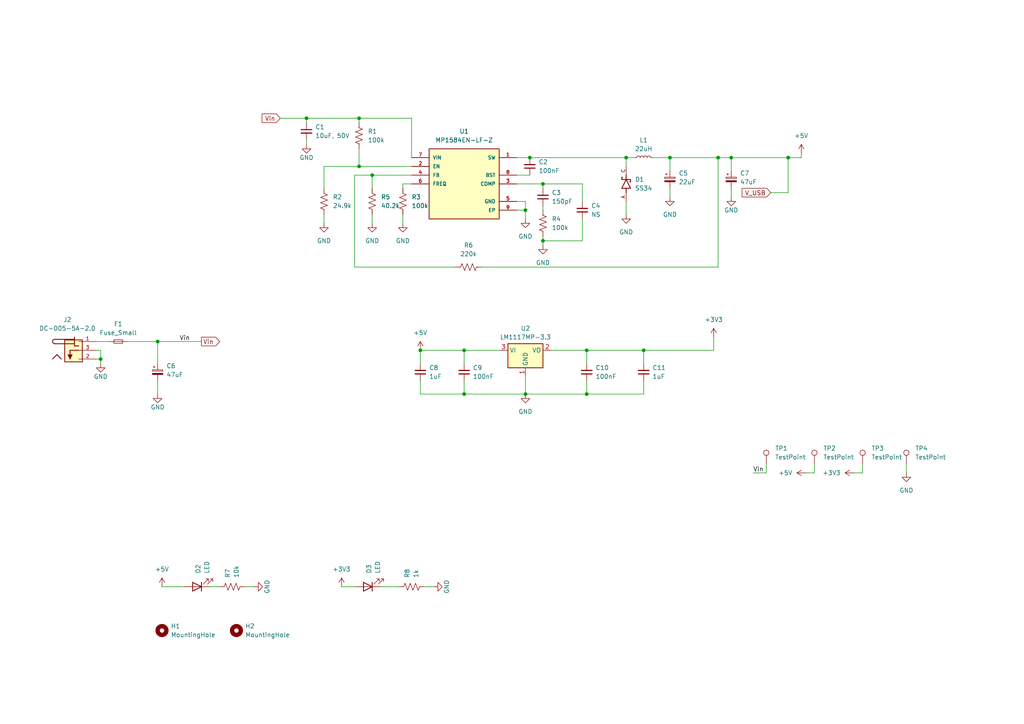
<source format=kicad_sch>
(kicad_sch (version 20230121) (generator eeschema)
  (paper "A4")
  (lib_symbols
    (symbol "Connector:TestPoint" (pin_numbers hide) (pin_names (offset 0.762) hide)
      (property "Reference" "TP" (at 0 6.858 0))
      (property "Value" "TestPoint" (at 0 5.08 0))
      (symbol "TestPoint_0_1"
        (circle (center 0 3.302) (radius 0.762))
      )
      (symbol "TestPoint_1_1"
        (pin passive line (at 0 0 90) (length 2.54) (name "1") (number "1"))
      )
    )
    (symbol "DC-005-5A-2.0:DC-005-5A-2.0" (pin_names (offset 1.016))
      (property "Reference" "J" (at -5.08 5.08 0))
      (property "Value" "DC-005-5A-2.0" (at -5.08 -5.08 0))
      (symbol "DC-005-5A-2.0_0_0"
        (arc (start -4.445 3.175) (mid -5.0773 2.54) (end -4.445 1.905) (stroke (width 0.254)))
        (rectangle (start -1.5421 -3.3564) (end 3.5379 2.9936) (stroke (width 0.254)) (fill (type background)))
        (polyline (pts (xy -4.445 1.905) (xy 1.27 1.905)) (stroke (width 0.254)))
        (polyline (pts (xy -4.445 3.175) (xy 1.27 3.175)) (stroke (width 0.254)))
        (polyline (pts (xy -3.81 -1.27) (xy -5.08 -2.54)) (stroke (width 0.254)))
        (polyline (pts (xy -2.54 -2.54) (xy -3.81 -1.27)) (stroke (width 0.254)))
        (polyline (pts (xy 0 0) (xy 0 -2.54)) (stroke (width 0.254)))
        (polyline (pts (xy 1.27 1.27) (xy 2.54 1.27)) (stroke (width 0.254)))
        (polyline (pts (xy 1.27 1.905) (xy 1.27 1.27)) (stroke (width 0.254)))
        (polyline (pts (xy 1.27 3.175) (xy 1.27 1.905)) (stroke (width 0.254)))
        (polyline (pts (xy 1.27 3.81) (xy 1.27 3.175)) (stroke (width 0.254)))
        (polyline (pts (xy 2.54 0) (xy 0 0)) (stroke (width 0.254)))
        (polyline (pts (xy -0.635 -1.27) (xy 0.635 -1.27) (xy 0 -2.54) (xy -0.635 -1.27)) (stroke (width 0.1524)) (fill (type outline)))
        (pin passive line (at 7.62 2.54 180) (length 5.08) (name "~") (number "1"))
        (pin passive line (at 7.62 -2.54 180) (length 5.08) (name "~") (number "2"))
        (pin passive line (at 7.62 0 180) (length 5.08) (name "~") (number "3"))
      )
    )
    (symbol "Device:C_Polarized_Small" (pin_numbers hide) (pin_names (offset 0.254) hide)
      (property "Reference" "C" (at 0.254 1.778 0))
      (property "Value" "C_Polarized_Small" (at 0.254 -2.032 0))
      (symbol "C_Polarized_Small_0_1"
        (rectangle (start -1.524 -0.3048) (end 1.524 -0.6858) (fill (type outline)))
        (rectangle (start -1.524 0.6858) (end 1.524 0.3048))
        (polyline (pts (xy -1.27 1.524) (xy -0.762 1.524)))
        (polyline (pts (xy -1.016 1.27) (xy -1.016 1.778)))
      )
      (symbol "C_Polarized_Small_1_1"
        (pin passive line (at 0 2.54 270) (length 1.8542) (name "~") (number "1"))
        (pin passive line (at 0 -2.54 90) (length 1.8542) (name "~") (number "2"))
      )
    )
    (symbol "Device:C_Small" (pin_numbers hide) (pin_names (offset 0.254) hide)
      (property "Reference" "C" (at 0.254 1.778 0))
      (property "Value" "C_Small" (at 0.254 -2.032 0))
      (symbol "C_Small_0_1"
        (polyline (pts (xy -1.524 -0.508) (xy 1.524 -0.508)) (stroke (width 0.3302)))
        (polyline (pts (xy -1.524 0.508) (xy 1.524 0.508)) (stroke (width 0.3048)))
      )
      (symbol "C_Small_1_1"
        (pin passive line (at 0 2.54 270) (length 2.032) (name "~") (number "1"))
        (pin passive line (at 0 -2.54 90) (length 2.032) (name "~") (number "2"))
      )
    )
    (symbol "Device:Fuse_Small" (pin_numbers hide) (pin_names (offset 0.254) hide)
      (property "Reference" "F" (at 0 -1.524 0))
      (property "Value" "Fuse_Small" (at 0 1.524 0))
      (symbol "Fuse_Small_0_1"
        (rectangle (start -1.27 0.508) (end 1.27 -0.508))
        (polyline (pts (xy -1.27 0) (xy 1.27 0)))
      )
      (symbol "Fuse_Small_1_1"
        (pin passive line (at -2.54 0 0) (length 1.27) (name "~") (number "1"))
        (pin passive line (at 2.54 0 180) (length 1.27) (name "~") (number "2"))
      )
    )
    (symbol "Device:LED" (pin_numbers hide) (pin_names (offset 1.016) hide)
      (property "Reference" "D" (at 0 2.54 0))
      (property "Value" "LED" (at 0 -2.54 0))
      (symbol "LED_0_1"
        (polyline (pts (xy -1.27 -1.27) (xy -1.27 1.27)) (stroke (width 0.254)))
        (polyline (pts (xy -1.27 0) (xy 1.27 0)))
        (polyline (pts (xy 1.27 -1.27) (xy 1.27 1.27) (xy -1.27 0) (xy 1.27 -1.27)) (stroke (width 0.254)))
        (polyline (pts (xy -3.048 -0.762) (xy -4.572 -2.286) (xy -3.81 -2.286) (xy -4.572 -2.286) (xy -4.572 -1.524)))
        (polyline (pts (xy -1.778 -0.762) (xy -3.302 -2.286) (xy -2.54 -2.286) (xy -3.302 -2.286) (xy -3.302 -1.524)))
      )
      (symbol "LED_1_1"
        (pin passive line (at -3.81 0 0) (length 2.54) (name "K") (number "1"))
        (pin passive line (at 3.81 0 180) (length 2.54) (name "A") (number "2"))
      )
    )
    (symbol "Device:L_Small" (pin_numbers hide) (pin_names (offset 0.254) hide)
      (property "Reference" "L" (at 0.762 1.016 0))
      (property "Value" "L_Small" (at 0.762 -1.016 0))
      (symbol "L_Small_0_1"
        (arc (start 0 -2.032) (mid 0.5058 -1.524) (end 0 -1.016))
        (arc (start 0 -1.016) (mid 0.5058 -0.508) (end 0 0))
        (arc (start 0 0) (mid 0.5058 0.508) (end 0 1.016))
        (arc (start 0 1.016) (mid 0.5058 1.524) (end 0 2.032))
      )
      (symbol "L_Small_1_1"
        (pin passive line (at 0 2.54 270) (length 0.508) (name "~") (number "1"))
        (pin passive line (at 0 -2.54 90) (length 0.508) (name "~") (number "2"))
      )
    )
    (symbol "Device:R_US" (pin_numbers hide) (pin_names (offset 0))
      (property "Reference" "R" (at 2.54 0 90))
      (property "Value" "R_US" (at -2.54 0 90))
      (symbol "R_US_0_1"
        (polyline (pts (xy 0 -2.286) (xy 0 -2.54)))
        (polyline (pts (xy 0 2.286) (xy 0 2.54)))
        (polyline (pts (xy 0 -0.762) (xy 1.016 -1.143) (xy 0 -1.524) (xy -1.016 -1.905) (xy 0 -2.286)))
        (polyline (pts (xy 0 0.762) (xy 1.016 0.381) (xy 0 0) (xy -1.016 -0.381) (xy 0 -0.762)))
        (polyline (pts (xy 0 2.286) (xy 1.016 1.905) (xy 0 1.524) (xy -1.016 1.143) (xy 0 0.762)))
      )
      (symbol "R_US_1_1"
        (pin passive line (at 0 3.81 270) (length 1.27) (name "~") (number "1"))
        (pin passive line (at 0 -3.81 90) (length 1.27) (name "~") (number "2"))
      )
    )
    (symbol "MP1584EN-LF-Z:MP1584EN-LF-Z" (pin_names (offset 1.016))
      (property "Reference" "U" (at -10.1897 10.9615 0))
      (property "Value" "MP1584EN-LF-Z" (at -10.16 -12.7 0))
      (symbol "MP1584EN-LF-Z_0_0"
        (rectangle (start -10.16 -10.16) (end 10.16 10.16) (stroke (width 0.254)) (fill (type background)))
        (pin output line (at 15.24 7.62 180) (length 5.08) (name "SW") (number "1"))
        (pin input line (at -15.24 5.08 0) (length 5.08) (name "EN") (number "2"))
        (pin passive line (at 15.24 0 180) (length 5.08) (name "COMP") (number "3"))
        (pin input line (at -15.24 2.54 0) (length 5.08) (name "FB") (number "4"))
        (pin power_in line (at 15.24 -5.08 180) (length 5.08) (name "GND") (number "5"))
        (pin passive line (at -15.24 0 0) (length 5.08) (name "FREQ") (number "6"))
        (pin input line (at -15.24 7.62 0) (length 5.08) (name "VIN") (number "7"))
        (pin passive line (at 15.24 2.54 180) (length 5.08) (name "BST") (number "8"))
        (pin power_in line (at 15.24 -7.62 180) (length 5.08) (name "EP") (number "9"))
      )
    )
    (symbol "Mechanical:MountingHole" (pin_names (offset 1.016))
      (property "Reference" "H" (at 0 5.08 0))
      (property "Value" "MountingHole" (at 0 3.175 0))
      (symbol "MountingHole_0_1"
        (circle (center 0 0) (radius 1.27) (stroke (width 1.27)))
      )
    )
    (symbol "Regulator_Linear:LM1117MP-3.3"
      (property "Reference" "U" (at -3.81 3.175 0))
      (property "Value" "LM1117MP-3.3" (at 0 3.175 0))
      (symbol "LM1117MP-3.3_0_1"
        (rectangle (start -5.08 -5.08) (end 5.08 1.905) (stroke (width 0.254)) (fill (type background)))
      )
      (symbol "LM1117MP-3.3_1_1"
        (pin power_in line (at 0 -7.62 90) (length 2.54) (name "GND") (number "1"))
        (pin power_out line (at 7.62 0 180) (length 2.54) (name "VO") (number "2"))
        (pin power_in line (at -7.62 0 0) (length 2.54) (name "VI") (number "3"))
      )
    )
    (symbol "SS34:SS34" (pin_names (offset 1.016))
      (property "Reference" "D" (at -5.08 2.54 0))
      (property "Value" "SS34" (at -5.08 -3.81 0))
      (symbol "SS34_0_0"
        (polyline (pts (xy -2.54 0) (xy -1.27 0)) (stroke (width 0.254)))
        (polyline (pts (xy -1.27 -1.27) (xy 1.27 0)) (stroke (width 0.254)))
        (polyline (pts (xy -1.27 0) (xy -1.27 -1.27)) (stroke (width 0.254)))
        (polyline (pts (xy -1.27 1.27) (xy -1.27 0)) (stroke (width 0.254)))
        (polyline (pts (xy 0.635 -1.016) (xy 0.635 -1.27)) (stroke (width 0.254)))
        (polyline (pts (xy 1.27 -1.27) (xy 0.635 -1.27)) (stroke (width 0.254)))
        (polyline (pts (xy 1.27 0) (xy -1.27 1.27)) (stroke (width 0.254)))
        (polyline (pts (xy 1.27 0) (xy 1.27 -1.27)) (stroke (width 0.254)))
        (polyline (pts (xy 1.27 1.27) (xy 1.27 0)) (stroke (width 0.254)))
        (polyline (pts (xy 1.905 1.27) (xy 1.27 1.27)) (stroke (width 0.254)))
        (polyline (pts (xy 1.905 1.27) (xy 1.905 1.016)) (stroke (width 0.254)))
        (polyline (pts (xy 2.54 0) (xy 1.27 0)) (stroke (width 0.254)))
        (pin passive line (at -5.08 0 0) (length 2.54) (name "~") (number "A"))
        (pin passive line (at 5.08 0 180) (length 2.54) (name "~") (number "C"))
      )
    )
    (symbol "power:+3V3" (power) (pin_names (offset 0))
      (property "Value" "+3V3" (at 0 3.556 0))
      (symbol "+3V3_0_1"
        (polyline (pts (xy -0.762 1.27) (xy 0 2.54)))
        (polyline (pts (xy 0 0) (xy 0 2.54)))
        (polyline (pts (xy 0 2.54) (xy 0.762 1.27)))
      )
      (symbol "+3V3_1_1"
        (pin power_in line (at 0 0 90) (length 0) hide (name "+3V3") (number "1"))
      )
    )
    (symbol "power:+5V" (power) (pin_names (offset 0))
      (property "Value" "+5V" (at 0 3.556 0))
      (symbol "+5V_0_1"
        (polyline (pts (xy -0.762 1.27) (xy 0 2.54)))
        (polyline (pts (xy 0 0) (xy 0 2.54)))
        (polyline (pts (xy 0 2.54) (xy 0.762 1.27)))
      )
      (symbol "+5V_1_1"
        (pin power_in line (at 0 0 90) (length 0) hide (name "+5V") (number "1"))
      )
    )
    (symbol "power:GND" (power) (pin_names (offset 0))
      (property "Value" "GND" (at 0 -3.81 0))
      (symbol "GND_0_1"
        (polyline (pts (xy 0 0) (xy 0 -1.27) (xy 1.27 -1.27) (xy 0 -2.54) (xy -1.27 -1.27) (xy 0 -1.27)))
      )
      (symbol "GND_1_1"
        (pin power_in line (at 0 0 270) (length 0) hide (name "GND") (number "1"))
      )
    )
  )
  (junction (at 170.18 114.3))
  (junction (at 104.14 34.29))
  (junction (at 121.92 101.6))
  (junction (at 134.62 114.3))
  (junction (at 212.09 45.72))
  (junction (at 153.67 45.72))
  (junction (at 45.72 99.06))
  (junction (at 228.6 45.72))
  (junction (at 157.48 69.85))
  (junction (at 152.4 114.3))
  (junction (at 157.48 53.34))
  (junction (at 104.14 48.26))
  (junction (at 186.69 101.6))
  (junction (at 208.28 45.72))
  (junction (at 29.21 104.14))
  (junction (at 181.61 45.72))
  (junction (at 194.31 45.72))
  (junction (at 170.18 101.6))
  (junction (at 134.62 101.6))
  (junction (at 107.95 50.8))
  (junction (at 152.4 60.96))
  (junction (at 88.9 34.29))
  (wire (pts (xy 223.52 55.88) (xy 228.6 55.88)))
  (wire (pts (xy 134.62 101.6) (xy 134.62 105.41)))
  (wire (pts (xy 149.86 58.42) (xy 152.4 58.42)))
  (wire (pts (xy 262.89 134.62) (xy 262.89 137.16)))
  (wire (pts (xy 104.14 48.26) (xy 119.38 48.26)))
  (wire (pts (xy 236.22 137.16) (xy 236.22 134.62)))
  (wire (pts (xy 102.87 77.47) (xy 102.87 50.8)))
  (wire (pts (xy 60.96 170.18) (xy 63.5 170.18)))
  (wire (pts (xy 119.38 34.29) (xy 119.38 45.72)))
  (wire (pts (xy 88.9 40.64) (xy 88.9 41.91)))
  (wire (pts (xy 228.6 45.72) (xy 228.6 55.88)))
  (wire (pts (xy 45.72 99.06) (xy 45.72 105.41)))
  (wire (pts (xy 186.69 114.3) (xy 186.69 110.49)))
  (wire (pts (xy 181.61 58.42) (xy 181.61 62.23)))
  (wire (pts (xy 93.98 48.26) (xy 104.14 48.26)))
  (wire (pts (xy 170.18 114.3) (xy 186.69 114.3)))
  (wire (pts (xy 104.14 34.29) (xy 119.38 34.29)))
  (wire (pts (xy 45.72 99.06) (xy 58.42 99.06)))
  (wire (pts (xy 134.62 114.3) (xy 152.4 114.3)))
  (wire (pts (xy 27.94 99.06) (xy 31.75 99.06)))
  (wire (pts (xy 153.67 45.72) (xy 181.61 45.72)))
  (wire (pts (xy 81.28 34.29) (xy 88.9 34.29)))
  (wire (pts (xy 181.61 45.72) (xy 184.15 45.72)))
  (wire (pts (xy 160.02 101.6) (xy 170.18 101.6)))
  (wire (pts (xy 207.01 97.79) (xy 207.01 101.6)))
  (wire (pts (xy 27.94 104.14) (xy 29.21 104.14)))
  (wire (pts (xy 121.92 114.3) (xy 134.62 114.3)))
  (wire (pts (xy 139.7 77.47) (xy 208.28 77.47)))
  (wire (pts (xy 170.18 101.6) (xy 170.18 105.41)))
  (wire (pts (xy 46.99 170.18) (xy 53.34 170.18)))
  (wire (pts (xy 186.69 101.6) (xy 207.01 101.6)))
  (wire (pts (xy 212.09 45.72) (xy 212.09 49.53)))
  (wire (pts (xy 168.91 63.5) (xy 168.91 69.85)))
  (wire (pts (xy 107.95 50.8) (xy 119.38 50.8)))
  (wire (pts (xy 194.31 54.61) (xy 194.31 57.15)))
  (wire (pts (xy 168.91 53.34) (xy 157.48 53.34)))
  (wire (pts (xy 152.4 58.42) (xy 152.4 60.96)))
  (wire (pts (xy 29.21 101.6) (xy 29.21 104.14)))
  (wire (pts (xy 152.4 63.5) (xy 152.4 60.96)))
  (wire (pts (xy 250.19 137.16) (xy 250.19 134.62)))
  (wire (pts (xy 29.21 104.14) (xy 29.21 105.41)))
  (wire (pts (xy 212.09 45.72) (xy 228.6 45.72)))
  (wire (pts (xy 170.18 101.6) (xy 186.69 101.6)))
  (wire (pts (xy 208.28 45.72) (xy 194.31 45.72)))
  (wire (pts (xy 170.18 110.49) (xy 170.18 114.3)))
  (wire (pts (xy 208.28 77.47) (xy 208.28 45.72)))
  (wire (pts (xy 168.91 58.42) (xy 168.91 53.34)))
  (wire (pts (xy 104.14 34.29) (xy 104.14 35.56)))
  (wire (pts (xy 110.49 170.18) (xy 115.57 170.18)))
  (wire (pts (xy 88.9 34.29) (xy 104.14 34.29)))
  (wire (pts (xy 212.09 54.61) (xy 212.09 57.15)))
  (wire (pts (xy 152.4 60.96) (xy 149.86 60.96)))
  (wire (pts (xy 157.48 69.85) (xy 157.48 68.58)))
  (wire (pts (xy 222.25 137.16) (xy 222.25 134.62)))
  (wire (pts (xy 107.95 54.61) (xy 107.95 50.8)))
  (wire (pts (xy 152.4 114.3) (xy 170.18 114.3)))
  (wire (pts (xy 36.83 99.06) (xy 45.72 99.06)))
  (wire (pts (xy 149.86 45.72) (xy 153.67 45.72)))
  (wire (pts (xy 149.86 53.34) (xy 157.48 53.34)))
  (wire (pts (xy 27.94 101.6) (xy 29.21 101.6)))
  (wire (pts (xy 157.48 59.69) (xy 157.48 60.96)))
  (wire (pts (xy 132.08 77.47) (xy 102.87 77.47)))
  (wire (pts (xy 93.98 54.61) (xy 93.98 48.26)))
  (wire (pts (xy 93.98 62.23) (xy 93.98 64.77)))
  (wire (pts (xy 99.06 170.18) (xy 102.87 170.18)))
  (wire (pts (xy 88.9 34.29) (xy 88.9 35.56)))
  (wire (pts (xy 116.84 53.34) (xy 119.38 53.34)))
  (wire (pts (xy 247.65 137.16) (xy 250.19 137.16)))
  (wire (pts (xy 157.48 71.12) (xy 157.48 69.85)))
  (wire (pts (xy 123.19 170.18) (xy 125.73 170.18)))
  (wire (pts (xy 157.48 54.61) (xy 157.48 53.34)))
  (wire (pts (xy 71.12 170.18) (xy 73.66 170.18)))
  (wire (pts (xy 181.61 48.26) (xy 181.61 45.72)))
  (wire (pts (xy 116.84 54.61) (xy 116.84 53.34)))
  (wire (pts (xy 233.68 137.16) (xy 236.22 137.16)))
  (wire (pts (xy 116.84 62.23) (xy 116.84 64.77)))
  (wire (pts (xy 218.44 137.16) (xy 222.25 137.16)))
  (wire (pts (xy 134.62 110.49) (xy 134.62 114.3)))
  (wire (pts (xy 102.87 50.8) (xy 107.95 50.8)))
  (wire (pts (xy 107.95 62.23) (xy 107.95 64.77)))
  (wire (pts (xy 104.14 43.18) (xy 104.14 48.26)))
  (wire (pts (xy 134.62 101.6) (xy 144.78 101.6)))
  (wire (pts (xy 232.41 44.45) (xy 232.41 45.72)))
  (wire (pts (xy 194.31 49.53) (xy 194.31 45.72)))
  (wire (pts (xy 232.41 45.72) (xy 228.6 45.72)))
  (wire (pts (xy 168.91 69.85) (xy 157.48 69.85)))
  (wire (pts (xy 149.86 50.8) (xy 153.67 50.8)))
  (wire (pts (xy 121.92 110.49) (xy 121.92 114.3)))
  (wire (pts (xy 186.69 101.6) (xy 186.69 105.41)))
  (wire (pts (xy 121.92 101.6) (xy 134.62 101.6)))
  (wire (pts (xy 208.28 45.72) (xy 212.09 45.72)))
  (wire (pts (xy 152.4 109.22) (xy 152.4 114.3)))
  (wire (pts (xy 121.92 105.41) (xy 121.92 101.6)))
  (wire (pts (xy 189.23 45.72) (xy 194.31 45.72)))
  (wire (pts (xy 45.72 110.49) (xy 45.72 114.3)))
  (label "Vin" (at 52.07 99.06 0))
  (label "Vin" (at 218.44 137.16 0))
  (global_label "Vin" (shape input) (at 81.28 34.29 180) (property "Intersheetrefs" "${INTERSHEET_REFS}" (effects hide)))
  (global_label "Vin" (shape output) (at 58.42 99.06 0) (property "Intersheetrefs" "${INTERSHEET_REFS}" (effects hide)))
  (global_label "V_USB" (shape input) (at 223.52 55.88 180) (property "Intersheetrefs" "${INTERSHEET_REFS}" (effects hide)))
  (symbol (lib_id "power:GND") (at 29.21 105.41 0) (unit 1)
    (property "Reference" "#PWR09" (effects hide))
    (property "Value" "GND" (at 29.21 109.22 0))
  )
  (symbol (lib_id "Device:R_US") (at 107.95 58.42 0) (unit 1)
    (property "Reference" "R5" (at 110.49 57.15 0) (effects (justify left)))
    (property "Value" "40.2k" (at 110.49 59.69 0) (effects (justify left)))
    (property "Footprint" "Resistor_SMD:R_0805_2012Metric_Pad1.20x1.40mm_HandSolder" (effects hide))
  )
  (symbol (lib_id "Connector:TestPoint") (at 262.89 134.62 0) (unit 1)
    (property "Reference" "TP4" (at 265.43 130.048 0) (effects (justify left)))
    (property "Value" "TestPoint" (at 265.43 132.588 0) (effects (justify left)))
    (property "Footprint" "TestPoint:TestPoint_Loop_D2.54mm_Drill1.5mm_Beaded" (effects hide))
  )
  (symbol (lib_id "power:GND") (at 152.4 63.5 0) (unit 1)
    (property "Reference" "#PWR01" (effects hide))
    (property "Value" "GND" (at 152.4 68.58 0))
  )
  (symbol (lib_id "Device:LED") (at 106.68 170.18 180) (unit 1)
    (property "Reference" "D3" (at 106.9975 166.37 90) (effects (justify right)))
    (property "Value" "LED" (at 109.5375 166.37 90) (effects (justify right)))
    (property "Footprint" "LED_SMD:LED_0805_2012Metric_Pad1.15x1.40mm_HandSolder" (effects hide))
  )
  (symbol (lib_id "power:GND") (at 194.31 57.15 0) (unit 1)
    (property "Reference" "#PWR05" (effects hide))
    (property "Value" "GND" (at 194.31 62.23 0))
  )
  (symbol (lib_id "power:GND") (at 262.89 137.16 0) (unit 1)
    (property "Reference" "#PWR058" (effects hide))
    (property "Value" "GND" (at 262.89 142.24 0))
  )
  (symbol (lib_id "power:+5V") (at 233.68 137.16 90) (unit 1)
    (property "Reference" "#PWR060" (effects hide))
    (property "Value" "+5V" (at 229.87 137.16 90) (effects (justify left)))
  )
  (symbol (lib_id "power:GND") (at 181.61 62.23 0) (unit 1)
    (property "Reference" "#PWR04" (effects hide))
    (property "Value" "GND" (at 181.61 67.31 0))
  )
  (symbol (lib_id "Device:R_US") (at 135.89 77.47 90) (unit 1)
    (property "Reference" "R6" (at 135.89 71.12 90))
    (property "Value" "220k" (at 135.89 73.66 90))
    (property "Footprint" "Resistor_SMD:R_0805_2012Metric_Pad1.20x1.40mm_HandSolder" (effects hide))
  )
  (symbol (lib_id "power:GND") (at 116.84 64.77 0) (unit 1)
    (property "Reference" "#PWR02" (effects hide))
    (property "Value" "GND" (at 116.84 69.85 0))
  )
  (symbol (lib_id "power:+5V") (at 121.92 101.6 0) (unit 1)
    (property "Reference" "#PWR015" (effects hide))
    (property "Value" "+5V" (at 121.92 96.52 0))
  )
  (symbol (lib_id "power:GND") (at 152.4 114.3 0) (unit 1)
    (property "Reference" "#PWR012" (effects hide))
    (property "Value" "GND" (at 152.4 119.38 0))
  )
  (symbol (lib_id "Device:R_US") (at 104.14 39.37 0) (unit 1)
    (property "Reference" "R1" (at 106.68 38.1 0) (effects (justify left)))
    (property "Value" "100k" (at 106.68 40.64 0) (effects (justify left)))
    (property "Footprint" "Resistor_SMD:R_0805_2012Metric_Pad1.20x1.40mm_HandSolder" (effects hide))
  )
  (symbol (lib_id "power:GND") (at 157.48 71.12 0) (unit 1)
    (property "Reference" "#PWR08" (effects hide))
    (property "Value" "GND" (at 157.48 76.2 0))
  )
  (symbol (lib_id "power:GND") (at 73.66 170.18 90) (unit 1)
    (property "Reference" "#PWR016" (effects hide))
    (property "Value" "GND" (at 77.47 170.18 0))
  )
  (symbol (lib_id "Device:C_Small") (at 168.91 60.96 180) (unit 1)
    (property "Reference" "C4" (at 171.45 59.6836 0) (effects (justify right)))
    (property "Value" "NS" (at 171.45 62.2236 0) (effects (justify right)))
    (property "Footprint" "Capacitor_SMD:C_0805_2012Metric_Pad1.18x1.45mm_HandSolder" (effects hide))
  )
  (symbol (lib_id "Connector:TestPoint") (at 250.19 134.62 0) (unit 1)
    (property "Reference" "TP3" (at 252.73 130.048 0) (effects (justify left)))
    (property "Value" "TestPoint" (at 252.73 132.588 0) (effects (justify left)))
    (property "Footprint" "TestPoint:TestPoint_Loop_D2.54mm_Drill1.5mm_Beaded" (effects hide))
  )
  (symbol (lib_id "Device:LED") (at 57.15 170.18 180) (unit 1)
    (property "Reference" "D2" (at 57.4675 166.37 90) (effects (justify right)))
    (property "Value" "LED" (at 60.0075 166.37 90) (effects (justify right)))
    (property "Footprint" "LED_SMD:LED_0805_2012Metric_Pad1.15x1.40mm_HandSolder" (effects hide))
  )
  (symbol (lib_id "MP1584EN-LF-Z:MP1584EN-LF-Z") (at 134.62 53.34 0) (unit 1)
    (property "Reference" "U1" (at 134.62 38.1 0))
    (property "Value" "MP1584EN-LF-Z" (at 134.62 40.64 0))
    (property "Footprint" "MP1584EN-LF-Z:SOIC127P600X170-9N" (effects hide))
    (property "PACKAGE" "SOIC-8" (effects hide))
  )
  (symbol (lib_id "power:GND") (at 93.98 64.77 0) (unit 1)
    (property "Reference" "#PWR06" (effects hide))
    (property "Value" "GND" (at 93.98 69.85 0))
  )
  (symbol (lib_id "Regulator_Linear:LM1117MP-3.3") (at 152.4 101.6 0) (unit 1)
    (property "Reference" "U2" (at 152.4 95.25 0))
    (property "Value" "LM1117MP-3.3" (at 152.4 97.79 0))
    (property "Footprint" "Package_TO_SOT_SMD:SOT-223-3_TabPin2" (effects hide))
    (property "Datasheet" "http://www.ti.com/lit/ds/symlink/lm1117.pdf" (effects hide))
  )
  (symbol (lib_id "Device:C_Polarized_Small") (at 212.09 52.07 0) (unit 1)
    (property "Reference" "C7" (at 214.63 50.2539 0) (effects (justify left)))
    (property "Value" "47uF" (at 214.63 52.7939 0) (effects (justify left)))
    (property "Footprint" "Capacitor_SMD:CP_Elec_6.3x7.7" (effects hide))
  )
  (symbol (lib_id "Device:R_US") (at 93.98 58.42 0) (unit 1)
    (property "Reference" "R2" (at 96.52 57.15 0) (effects (justify left)))
    (property "Value" "24.9k" (at 96.52 59.69 0) (effects (justify left)))
    (property "Footprint" "Resistor_SMD:R_0805_2012Metric_Pad1.20x1.40mm_HandSolder" (effects hide))
  )
  (symbol (lib_id "Device:C_Polarized_Small") (at 194.31 52.07 0) (unit 1)
    (property "Reference" "C5" (at 196.85 50.2539 0) (effects (justify left)))
    (property "Value" "22uF" (at 196.85 52.7939 0) (effects (justify left)))
    (property "Footprint" "Capacitor_SMD:CP_Elec_6.3x5.4" (effects hide))
  )
  (symbol (lib_id "Device:C_Small") (at 157.48 57.15 180) (unit 1)
    (property "Reference" "C3" (at 160.02 55.8736 0) (effects (justify right)))
    (property "Value" "150pF" (at 160.02 58.4136 0) (effects (justify right)))
    (property "Footprint" "Capacitor_SMD:C_0805_2012Metric_Pad1.18x1.45mm_HandSolder" (effects hide))
  )
  (symbol (lib_id "power:+5V") (at 232.41 44.45 0) (unit 1)
    (property "Reference" "#PWR014" (effects hide))
    (property "Value" "+5V" (at 232.41 39.37 0))
  )
  (symbol (lib_id "power:GND") (at 125.73 170.18 90) (unit 1)
    (property "Reference" "#PWR018" (effects hide))
    (property "Value" "GND" (at 129.54 170.18 0))
  )
  (symbol (lib_id "power:GND") (at 88.9 41.91 0) (unit 1)
    (property "Reference" "#PWR07" (effects hide))
    (property "Value" "GND" (at 88.9 45.72 0))
  )
  (symbol (lib_id "power:+5V") (at 46.99 170.18 0) (unit 1)
    (property "Reference" "#PWR013" (effects hide))
    (property "Value" "+5V" (at 46.99 165.1 0))
  )
  (symbol (lib_id "Device:C_Small") (at 134.62 107.95 180) (unit 1)
    (property "Reference" "C9" (at 137.16 106.6736 0) (effects (justify right)))
    (property "Value" "100nF" (at 137.16 109.2136 0) (effects (justify right)))
    (property "Footprint" "Capacitor_SMD:C_0805_2012Metric_Pad1.18x1.45mm_HandSolder" (effects hide))
  )
  (symbol (lib_id "Device:C_Small") (at 88.9 38.1 0) (unit 1)
    (property "Reference" "C1" (at 91.44 36.8363 0) (effects (justify left)))
    (property "Value" "10uF, 50V" (at 91.44 39.3763 0) (effects (justify left)))
    (property "Footprint" "Capacitor_SMD:C_0805_2012Metric_Pad1.18x1.45mm_HandSolder" (effects hide))
  )
  (symbol (lib_id "Device:C_Small") (at 121.92 107.95 180) (unit 1)
    (property "Reference" "C8" (at 124.46 106.6736 0) (effects (justify right)))
    (property "Value" "1uF" (at 124.46 109.2136 0) (effects (justify right)))
    (property "Footprint" "Capacitor_SMD:C_0805_2012Metric_Pad1.18x1.45mm_HandSolder" (effects hide))
  )
  (symbol (lib_id "Connector:TestPoint") (at 236.22 134.62 0) (unit 1)
    (property "Reference" "TP2" (at 238.76 130.048 0) (effects (justify left)))
    (property "Value" "TestPoint" (at 238.76 132.588 0) (effects (justify left)))
    (property "Footprint" "TestPoint:TestPoint_Loop_D2.54mm_Drill1.5mm_Beaded" (effects hide))
  )
  (symbol (lib_id "Mechanical:MountingHole") (at 46.99 182.88 0) (unit 1)
    (property "Reference" "H1" (at 49.53 181.61 0) (effects (justify left)))
    (property "Value" "MountingHole" (at 49.53 184.15 0) (effects (justify left)))
    (property "Footprint" "MountingHole:MountingHole_3.2mm_M3" (effects hide))
  )
  (symbol (lib_id "Mechanical:MountingHole") (at 68.58 182.88 0) (unit 1)
    (property "Reference" "H2" (at 71.12 181.61 0) (effects (justify left)))
    (property "Value" "MountingHole" (at 71.12 184.15 0) (effects (justify left)))
    (property "Footprint" "MountingHole:MountingHole_3.2mm_M3" (effects hide))
  )
  (symbol (lib_id "Device:R_US") (at 67.31 170.18 90) (unit 1)
    (property "Reference" "R7" (at 66.04 167.64 0) (effects (justify left)))
    (property "Value" "10k" (at 68.58 167.64 0) (effects (justify left)))
    (property "Footprint" "Resistor_SMD:R_0805_2012Metric_Pad1.20x1.40mm_HandSolder" (effects hide))
  )
  (symbol (lib_id "Device:R_US") (at 119.38 170.18 90) (unit 1)
    (property "Reference" "R8" (at 118.11 167.64 0) (effects (justify left)))
    (property "Value" "1k" (at 120.65 167.64 0) (effects (justify left)))
    (property "Footprint" "Resistor_SMD:R_0805_2012Metric_Pad1.20x1.40mm_HandSolder" (effects hide))
  )
  (symbol (lib_id "Device:C_Small") (at 170.18 107.95 180) (unit 1)
    (property "Reference" "C10" (at 172.72 106.6736 0) (effects (justify right)))
    (property "Value" "100nF" (at 172.72 109.2136 0) (effects (justify right)))
    (property "Footprint" "Capacitor_SMD:C_0805_2012Metric_Pad1.18x1.45mm_HandSolder" (effects hide))
  )
  (symbol (lib_id "power:+3V3") (at 207.01 97.79 0) (unit 1)
    (property "Reference" "#PWR017" (effects hide))
    (property "Value" "+3V3" (at 207.01 92.71 0))
  )
  (symbol (lib_id "Device:C_Polarized_Small") (at 45.72 107.95 0) (unit 1)
    (property "Reference" "C6" (at 48.26 106.1339 0) (effects (justify left)))
    (property "Value" "47uF" (at 48.26 108.6739 0) (effects (justify left)))
    (property "Footprint" "Capacitor_SMD:CP_Elec_6.3x7.7" (effects hide))
  )
  (symbol (lib_id "Device:L_Small") (at 186.69 45.72 90) (unit 1)
    (property "Reference" "L1" (at 186.69 40.64 90))
    (property "Value" "22uH" (at 186.69 43.18 90))
    (property "Footprint" "Inductor_SMD:L_Bourns_SRP1038C_10.0x10.0mm" (effects hide))
  )
  (symbol (lib_id "Connector:TestPoint") (at 222.25 134.62 0) (unit 1)
    (property "Reference" "TP1" (at 224.79 130.048 0) (effects (justify left)))
    (property "Value" "TestPoint" (at 224.79 132.588 0) (effects (justify left)))
    (property "Footprint" "TestPoint:TestPoint_Loop_D2.54mm_Drill1.5mm_Beaded" (effects hide))
  )
  (symbol (lib_id "power:+3V3") (at 247.65 137.16 90) (unit 1)
    (property "Reference" "#PWR061" (effects hide))
    (property "Value" "+3V3" (at 243.84 137.16 90) (effects (justify left)))
  )
  (symbol (lib_id "Device:C_Small") (at 153.67 48.26 180) (unit 1)
    (property "Reference" "C2" (at 156.21 46.9836 0) (effects (justify right)))
    (property "Value" "100nF" (at 156.21 49.5236 0) (effects (justify right)))
    (property "Footprint" "Capacitor_SMD:C_0805_2012Metric_Pad1.18x1.45mm_HandSolder" (effects hide))
  )
  (symbol (lib_id "Device:R_US") (at 157.48 64.77 0) (unit 1)
    (property "Reference" "R4" (at 160.02 63.5 0) (effects (justify left)))
    (property "Value" "100k" (at 160.02 66.04 0) (effects (justify left)))
    (property "Footprint" "Resistor_SMD:R_0805_2012Metric_Pad1.20x1.40mm_HandSolder" (effects hide))
  )
  (symbol (lib_id "power:+3V3") (at 99.06 170.18 0) (unit 1)
    (property "Reference" "#PWR019" (effects hide))
    (property "Value" "+3V3" (at 99.06 165.1 0))
  )
  (symbol (lib_id "Device:Fuse_Small") (at 34.29 99.06 0) (unit 1)
    (property "Reference" "F1" (at 34.29 93.98 0))
    (property "Value" "Fuse_Small" (at 34.29 96.52 0))
    (property "Footprint" "Fuse:Fuse_1812_4532Metric_Pad1.30x3.40mm_HandSolder" (effects hide))
  )
  (symbol (lib_id "SS34:SS34") (at 181.61 53.34 90) (unit 1)
    (property "Reference" "D1" (at 184.15 52.07 90) (effects (justify right)))
    (property "Value" "SS34" (at 184.15 54.61 90) (effects (justify right)))
    (property "Footprint" "SS34:DIOM4325X250N" (effects hide))
  )
  (symbol (lib_id "power:GND") (at 212.09 57.15 0) (unit 1)
    (property "Reference" "#PWR011" (effects hide))
    (property "Value" "GND" (at 212.09 60.96 0))
  )
  (symbol (lib_id "power:GND") (at 45.72 114.3 0) (unit 1)
    (property "Reference" "#PWR010" (effects hide))
    (property "Value" "GND" (at 45.72 118.11 0))
  )
  (symbol (lib_id "DC-005-5A-2.0:DC-005-5A-2.0") (at 20.32 101.6 0) (unit 1)
    (property "Reference" "J2" (at 19.5489 92.71 0))
    (property "Value" "DC-005-5A-2.0" (at 19.5489 95.25 0))
    (property "Footprint" "DC-005-5A-2.0:XKB_DC-005-5A-2.0" (effects hide))
  )
  (symbol (lib_id "Device:C_Small") (at 186.69 107.95 180) (unit 1)
    (property "Reference" "C11" (at 189.23 106.6736 0) (effects (justify right)))
    (property "Value" "1uF" (at 189.23 109.2136 0) (effects (justify right)))
    (property "Footprint" "Capacitor_SMD:C_0805_2012Metric_Pad1.18x1.45mm_HandSolder" (effects hide))
  )
  (symbol (lib_id "power:GND") (at 107.95 64.77 0) (unit 1)
    (property "Reference" "#PWR03" (effects hide))
    (property "Value" "GND" (at 107.95 69.85 0))
  )
  (symbol (lib_id "Device:R_US") (at 116.84 58.42 0) (unit 1)
    (property "Reference" "R3" (at 119.38 57.15 0) (effects (justify left)))
    (property "Value" "100k" (at 119.38 59.69 0) (effects (justify left)))
    (property "Footprint" "Resistor_SMD:R_0805_2012Metric_Pad1.20x1.40mm_HandSolder" (effects hide))
  )
)
</source>
